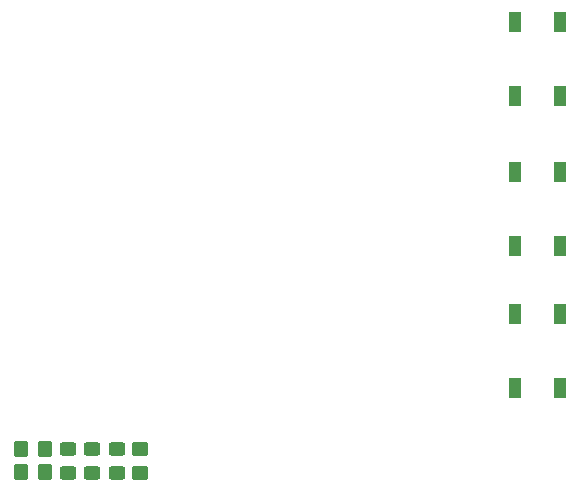
<source format=gtp>
G04 #@! TF.GenerationSoftware,KiCad,Pcbnew,7.0.1*
G04 #@! TF.CreationDate,2023-08-31T11:45:27+03:00*
G04 #@! TF.ProjectId,esp32_hotplate_digital,65737033-325f-4686-9f74-706c6174655f,rev?*
G04 #@! TF.SameCoordinates,Original*
G04 #@! TF.FileFunction,Paste,Top*
G04 #@! TF.FilePolarity,Positive*
%FSLAX46Y46*%
G04 Gerber Fmt 4.6, Leading zero omitted, Abs format (unit mm)*
G04 Created by KiCad (PCBNEW 7.0.1) date 2023-08-31 11:45:27*
%MOMM*%
%LPD*%
G01*
G04 APERTURE LIST*
G04 Aperture macros list*
%AMRoundRect*
0 Rectangle with rounded corners*
0 $1 Rounding radius*
0 $2 $3 $4 $5 $6 $7 $8 $9 X,Y pos of 4 corners*
0 Add a 4 corners polygon primitive as box body*
4,1,4,$2,$3,$4,$5,$6,$7,$8,$9,$2,$3,0*
0 Add four circle primitives for the rounded corners*
1,1,$1+$1,$2,$3*
1,1,$1+$1,$4,$5*
1,1,$1+$1,$6,$7*
1,1,$1+$1,$8,$9*
0 Add four rect primitives between the rounded corners*
20,1,$1+$1,$2,$3,$4,$5,0*
20,1,$1+$1,$4,$5,$6,$7,0*
20,1,$1+$1,$6,$7,$8,$9,0*
20,1,$1+$1,$8,$9,$2,$3,0*%
G04 Aperture macros list end*
%ADD10RoundRect,0.250000X-0.350000X-0.450000X0.350000X-0.450000X0.350000X0.450000X-0.350000X0.450000X0*%
%ADD11RoundRect,0.250000X0.450000X-0.325000X0.450000X0.325000X-0.450000X0.325000X-0.450000X-0.325000X0*%
%ADD12R,1.000000X1.700000*%
%ADD13RoundRect,0.250000X0.450000X-0.350000X0.450000X0.350000X-0.450000X0.350000X-0.450000X-0.350000X0*%
G04 APERTURE END LIST*
D10*
X81864200Y-96536000D03*
X83864200Y-96536000D03*
X81864200Y-98491800D03*
X83864200Y-98491800D03*
D11*
X87918800Y-98577000D03*
X87918800Y-96527000D03*
D12*
X127508000Y-60355400D03*
X127508000Y-66655400D03*
X123708000Y-60355400D03*
X123708000Y-66655400D03*
D11*
X85861400Y-98577000D03*
X85861400Y-96527000D03*
D13*
X91982800Y-98577400D03*
X91982800Y-96577400D03*
D12*
X127533000Y-85115400D03*
X127533000Y-91415400D03*
X123733000Y-85115400D03*
X123733000Y-91415400D03*
D11*
X89976200Y-98577000D03*
X89976200Y-96527000D03*
D12*
X127533000Y-73050400D03*
X127533000Y-79350400D03*
X123733000Y-73050400D03*
X123733000Y-79350400D03*
M02*

</source>
